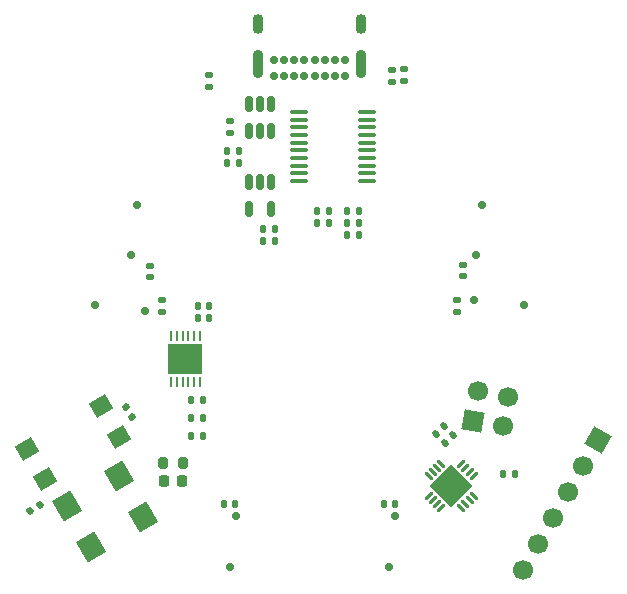
<source format=gts>
%TF.GenerationSoftware,KiCad,Pcbnew,(6.0.8)*%
%TF.CreationDate,2023-12-19T18:45:34-08:00*%
%TF.ProjectId,OS3M_Mouse,4f53334d-5f4d-46f7-9573-652e6b696361,rev?*%
%TF.SameCoordinates,Original*%
%TF.FileFunction,Soldermask,Top*%
%TF.FilePolarity,Negative*%
%FSLAX46Y46*%
G04 Gerber Fmt 4.6, Leading zero omitted, Abs format (unit mm)*
G04 Created by KiCad (PCBNEW (6.0.8)) date 2023-12-19 18:45:34*
%MOMM*%
%LPD*%
G01*
G04 APERTURE LIST*
G04 Aperture macros list*
%AMRoundRect*
0 Rectangle with rounded corners*
0 $1 Rounding radius*
0 $2 $3 $4 $5 $6 $7 $8 $9 X,Y pos of 4 corners*
0 Add a 4 corners polygon primitive as box body*
4,1,4,$2,$3,$4,$5,$6,$7,$8,$9,$2,$3,0*
0 Add four circle primitives for the rounded corners*
1,1,$1+$1,$2,$3*
1,1,$1+$1,$4,$5*
1,1,$1+$1,$6,$7*
1,1,$1+$1,$8,$9*
0 Add four rect primitives between the rounded corners*
20,1,$1+$1,$2,$3,$4,$5,0*
20,1,$1+$1,$4,$5,$6,$7,0*
20,1,$1+$1,$6,$7,$8,$9,0*
20,1,$1+$1,$8,$9,$2,$3,0*%
%AMHorizOval*
0 Thick line with rounded ends*
0 $1 width*
0 $2 $3 position (X,Y) of the first rounded end (center of the circle)*
0 $4 $5 position (X,Y) of the second rounded end (center of the circle)*
0 Add line between two ends*
20,1,$1,$2,$3,$4,$5,0*
0 Add two circle primitives to create the rounded ends*
1,1,$1,$2,$3*
1,1,$1,$4,$5*%
%AMRotRect*
0 Rectangle, with rotation*
0 The origin of the aperture is its center*
0 $1 length*
0 $2 width*
0 $3 Rotation angle, in degrees counterclockwise*
0 Add horizontal line*
21,1,$1,$2,0,0,$3*%
G04 Aperture macros list end*
%ADD10RoundRect,0.140000X-0.140000X-0.170000X0.140000X-0.170000X0.140000X0.170000X-0.140000X0.170000X0*%
%ADD11RoundRect,0.140000X0.140000X0.170000X-0.140000X0.170000X-0.140000X-0.170000X0.140000X-0.170000X0*%
%ADD12RoundRect,0.218750X0.218750X0.256250X-0.218750X0.256250X-0.218750X-0.256250X0.218750X-0.256250X0*%
%ADD13RotRect,1.800000X2.000000X30.000000*%
%ADD14RoundRect,0.150000X-0.150000X0.512500X-0.150000X-0.512500X0.150000X-0.512500X0.150000X0.512500X0*%
%ADD15RoundRect,0.140000X-0.021213X0.219203X-0.219203X0.021213X0.021213X-0.219203X0.219203X-0.021213X0*%
%ADD16C,0.700000*%
%ADD17RoundRect,0.135000X0.135000X0.185000X-0.135000X0.185000X-0.135000X-0.185000X0.135000X-0.185000X0*%
%ADD18RoundRect,0.062500X0.062500X-0.375000X0.062500X0.375000X-0.062500X0.375000X-0.062500X-0.375000X0*%
%ADD19R,3.000000X2.600000*%
%ADD20RoundRect,0.100000X0.637500X0.100000X-0.637500X0.100000X-0.637500X-0.100000X0.637500X-0.100000X0*%
%ADD21RotRect,1.700000X1.700000X330.000000*%
%ADD22HorizOval,1.700000X0.000000X0.000000X0.000000X0.000000X0*%
%ADD23RoundRect,0.135000X0.185000X-0.135000X0.185000X0.135000X-0.185000X0.135000X-0.185000X-0.135000X0*%
%ADD24RoundRect,0.140000X-0.217224X0.036244X-0.077224X-0.206244X0.217224X-0.036244X0.077224X0.206244X0*%
%ADD25RoundRect,0.140000X-0.036244X-0.217224X0.206244X-0.077224X0.036244X0.217224X-0.206244X0.077224X0*%
%ADD26RoundRect,0.135000X-0.185000X0.135000X-0.185000X-0.135000X0.185000X-0.135000X0.185000X0.135000X0*%
%ADD27RoundRect,0.140000X0.170000X-0.140000X0.170000X0.140000X-0.170000X0.140000X-0.170000X-0.140000X0*%
%ADD28RoundRect,0.200000X0.200000X0.275000X-0.200000X0.275000X-0.200000X-0.275000X0.200000X-0.275000X0*%
%ADD29RoundRect,0.140000X-0.170000X0.140000X-0.170000X-0.140000X0.170000X-0.140000X0.170000X0.140000X0*%
%ADD30O,0.900000X1.700000*%
%ADD31O,0.900000X2.400000*%
%ADD32RoundRect,0.135000X-0.135000X-0.185000X0.135000X-0.185000X0.135000X0.185000X-0.135000X0.185000X0*%
%ADD33RotRect,1.700000X1.700000X170.000000*%
%ADD34HorizOval,1.700000X0.000000X0.000000X0.000000X0.000000X0*%
%ADD35RoundRect,0.062500X0.309359X-0.220971X-0.220971X0.309359X-0.309359X0.220971X0.220971X-0.309359X0*%
%ADD36RoundRect,0.062500X0.309359X0.220971X0.220971X0.309359X-0.309359X-0.220971X-0.220971X-0.309359X0*%
%ADD37RotRect,2.600000X2.600000X135.000000*%
%ADD38RotRect,1.600000X1.400000X210.000000*%
G04 APERTURE END LIST*
D10*
%TO.C,C15*%
X145824000Y-83058000D03*
X146784000Y-83058000D03*
%TD*%
D11*
%TO.C,C11*%
X144244000Y-83058000D03*
X143284000Y-83058000D03*
%TD*%
D12*
%TO.C,D1*%
X131851500Y-105918000D03*
X130276500Y-105918000D03*
%TD*%
D13*
%TO.C,X1*%
X124100295Y-111502051D03*
X128499705Y-108962051D03*
X126499705Y-105497949D03*
X122100295Y-108037949D03*
%TD*%
D11*
%TO.C,C2*%
X136624000Y-78994000D03*
X135664000Y-78994000D03*
%TD*%
%TO.C,C18*%
X134089844Y-91100000D03*
X133129844Y-91100000D03*
%TD*%
D14*
%TO.C,U5*%
X139380000Y-74046500D03*
X138430000Y-74046500D03*
X137480000Y-74046500D03*
X137480000Y-76321500D03*
X138430000Y-76321500D03*
X139380000Y-76321500D03*
%TD*%
D15*
%TO.C,C5*%
X154009411Y-101260589D03*
X153330589Y-101939411D03*
%TD*%
D16*
%TO.C,L1*%
X160809844Y-91070000D03*
X156534844Y-90570000D03*
%TD*%
D17*
%TO.C,R3*%
X133619844Y-100600000D03*
X132599844Y-100600000D03*
%TD*%
D11*
%TO.C,C17*%
X134089844Y-92100000D03*
X133129844Y-92100000D03*
%TD*%
D16*
%TO.C,L2*%
X156709844Y-86805000D03*
X157209844Y-82530000D03*
%TD*%
%TO.C,L3*%
X136359844Y-108925000D03*
X135859844Y-113200000D03*
%TD*%
D18*
%TO.C,U4*%
X130859844Y-97537500D03*
X131359844Y-97537500D03*
X131859844Y-97537500D03*
X132359844Y-97537500D03*
X132859844Y-97537500D03*
X133359844Y-97537500D03*
X133359844Y-93662500D03*
X132859844Y-93662500D03*
X132359844Y-93662500D03*
X131859844Y-93662500D03*
X131359844Y-93662500D03*
X130859844Y-93662500D03*
D19*
X132109844Y-95600000D03*
%TD*%
D14*
%TO.C,U1*%
X139380000Y-80650500D03*
X138430000Y-80650500D03*
X137480000Y-80650500D03*
X137480000Y-82925500D03*
X139380000Y-82925500D03*
%TD*%
D20*
%TO.C,U3*%
X147472500Y-80525000D03*
X147472500Y-79875000D03*
X147472500Y-79225000D03*
X147472500Y-78575000D03*
X147472500Y-77925000D03*
X147472500Y-77275000D03*
X147472500Y-76625000D03*
X147472500Y-75975000D03*
X147472500Y-75325000D03*
X147472500Y-74675000D03*
X141747500Y-74675000D03*
X141747500Y-75325000D03*
X141747500Y-75975000D03*
X141747500Y-76625000D03*
X141747500Y-77275000D03*
X141747500Y-77925000D03*
X141747500Y-78575000D03*
X141747500Y-79225000D03*
X141747500Y-79875000D03*
X141747500Y-80525000D03*
%TD*%
D16*
%TO.C,L5*%
X127509844Y-86805000D03*
X128009844Y-82530000D03*
%TD*%
D10*
%TO.C,C14*%
X145824000Y-84074000D03*
X146784000Y-84074000D03*
%TD*%
D16*
%TO.C,L4*%
X149359844Y-113200000D03*
X149859844Y-108925000D03*
%TD*%
D21*
%TO.C,J1*%
X167005000Y-102450739D03*
D22*
X165735000Y-104650444D03*
X164465000Y-106850148D03*
X163195000Y-109049853D03*
X161925000Y-111249557D03*
X160655000Y-113449262D03*
%TD*%
D10*
%TO.C,C3*%
X138712000Y-84582000D03*
X139672000Y-84582000D03*
%TD*%
D23*
%TO.C,R7*%
X150609844Y-72100000D03*
X150609844Y-71080000D03*
%TD*%
D11*
%TO.C,C1*%
X136624000Y-77978000D03*
X135664000Y-77978000D03*
%TD*%
D24*
%TO.C,C16*%
X127060000Y-99684308D03*
X127540000Y-100515692D03*
%TD*%
D23*
%TO.C,R6*%
X149609844Y-72110000D03*
X149609844Y-71090000D03*
%TD*%
D15*
%TO.C,C6*%
X154771411Y-102022589D03*
X154092589Y-102701411D03*
%TD*%
D17*
%TO.C,R4*%
X133619844Y-102100000D03*
X132599844Y-102100000D03*
%TD*%
D25*
%TO.C,C22*%
X118964308Y-108444000D03*
X119795692Y-107964000D03*
%TD*%
D26*
%TO.C,R8*%
X134109844Y-71590000D03*
X134109844Y-72610000D03*
%TD*%
D11*
%TO.C,C12*%
X144244000Y-84074000D03*
X143284000Y-84074000D03*
%TD*%
D10*
%TO.C,C13*%
X145824000Y-85090000D03*
X146784000Y-85090000D03*
%TD*%
D27*
%TO.C,C8*%
X155609844Y-88580000D03*
X155609844Y-87620000D03*
%TD*%
D28*
%TO.C,R1*%
X131889000Y-104394000D03*
X130239000Y-104394000D03*
%TD*%
D29*
%TO.C,C20*%
X130109844Y-90620000D03*
X130109844Y-91580000D03*
%TD*%
D27*
%TO.C,C21*%
X135890000Y-76426000D03*
X135890000Y-75466000D03*
%TD*%
D16*
%TO.C,J2*%
X145584844Y-71625000D03*
X144734844Y-71625000D03*
X143884844Y-71625000D03*
X143034844Y-71625000D03*
X142184844Y-71625000D03*
X141334844Y-71625000D03*
X140484844Y-71625000D03*
X139634844Y-71625000D03*
X139634844Y-70275000D03*
X140484844Y-70275000D03*
X141334844Y-70275000D03*
X142184844Y-70275000D03*
X143034844Y-70275000D03*
X143884844Y-70275000D03*
X144734844Y-70275000D03*
X145584844Y-70275000D03*
D30*
X138284844Y-67265000D03*
D31*
X146934844Y-70645000D03*
X138284844Y-70645000D03*
D30*
X146934844Y-67265000D03*
%TD*%
D32*
%TO.C,R5*%
X132599844Y-99100000D03*
X133619844Y-99100000D03*
%TD*%
D16*
%TO.C,L6*%
X128684844Y-91570000D03*
X124409844Y-91070000D03*
%TD*%
D33*
%TO.C,J3*%
X156464000Y-100838000D03*
D34*
X158965412Y-101279066D03*
X156905066Y-98336588D03*
X159406478Y-98777655D03*
%TD*%
D10*
%TO.C,C10*%
X148879844Y-107850000D03*
X149839844Y-107850000D03*
%TD*%
D35*
%TO.C,U2*%
X155449533Y-108250349D03*
X155803087Y-107896796D03*
X156156640Y-107543243D03*
X156510193Y-107189689D03*
D36*
X156510193Y-105510311D03*
X156156640Y-105156757D03*
X155803087Y-104803204D03*
X155449533Y-104449651D03*
D35*
X153770155Y-104449651D03*
X153416601Y-104803204D03*
X153063048Y-105156757D03*
X152709495Y-105510311D03*
D36*
X152709495Y-107189689D03*
X153063048Y-107543243D03*
X153416601Y-107896796D03*
X153770155Y-108250349D03*
D37*
X154609844Y-106350000D03*
%TD*%
D27*
%TO.C,C7*%
X155109844Y-91580000D03*
X155109844Y-90620000D03*
%TD*%
D10*
%TO.C,C4*%
X138712000Y-85598000D03*
X139672000Y-85598000D03*
%TD*%
D29*
%TO.C,C19*%
X129109844Y-87720000D03*
X129109844Y-88680000D03*
%TD*%
D17*
%TO.C,R2*%
X160022000Y-105350000D03*
X159002000Y-105350000D03*
%TD*%
D38*
%TO.C,SW1*%
X120232309Y-105799038D03*
X126467691Y-102199038D03*
X118732309Y-103200962D03*
X124967691Y-99600962D03*
%TD*%
D10*
%TO.C,C9*%
X135379844Y-107850000D03*
X136339844Y-107850000D03*
%TD*%
M02*

</source>
